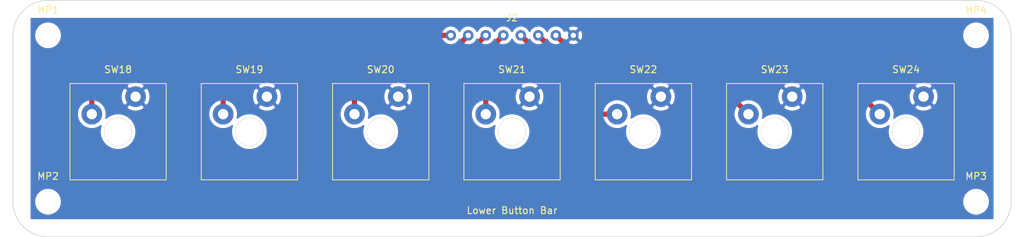
<source format=kicad_pcb>
(kicad_pcb (version 20171130) (host pcbnew "(5.1.9)-1")

  (general
    (thickness 1.6)
    (drawings 9)
    (tracks 21)
    (zones 0)
    (modules 12)
    (nets 9)
  )

  (page A4)
  (layers
    (0 F.Cu signal)
    (31 B.Cu signal)
    (32 B.Adhes user)
    (33 F.Adhes user)
    (34 B.Paste user)
    (35 F.Paste user)
    (36 B.SilkS user)
    (37 F.SilkS user)
    (38 B.Mask user)
    (39 F.Mask user)
    (40 Dwgs.User user)
    (41 Cmts.User user)
    (42 Eco1.User user)
    (43 Eco2.User user)
    (44 Edge.Cuts user)
    (45 Margin user)
    (46 B.CrtYd user)
    (47 F.CrtYd user)
    (48 B.Fab user)
    (49 F.Fab user)
  )

  (setup
    (last_trace_width 0.762)
    (user_trace_width 0.762)
    (trace_clearance 0.2)
    (zone_clearance 0.508)
    (zone_45_only no)
    (trace_min 0.2)
    (via_size 0.8)
    (via_drill 0.4)
    (via_min_size 0.4)
    (via_min_drill 0.3)
    (uvia_size 0.3)
    (uvia_drill 0.1)
    (uvias_allowed no)
    (uvia_min_size 0.2)
    (uvia_min_drill 0.1)
    (edge_width 0.1)
    (segment_width 0.2)
    (pcb_text_width 0.3)
    (pcb_text_size 1.5 1.5)
    (mod_edge_width 0.15)
    (mod_text_size 1 1)
    (mod_text_width 0.15)
    (pad_size 1.524 1.524)
    (pad_drill 0.762)
    (pad_to_mask_clearance 0)
    (aux_axis_origin 0 0)
    (visible_elements 7FFFFFFF)
    (pcbplotparams
      (layerselection 0x010fc_ffffffff)
      (usegerberextensions false)
      (usegerberattributes true)
      (usegerberadvancedattributes true)
      (creategerberjobfile true)
      (excludeedgelayer true)
      (linewidth 0.100000)
      (plotframeref false)
      (viasonmask false)
      (mode 1)
      (useauxorigin false)
      (hpglpennumber 1)
      (hpglpenspeed 20)
      (hpglpendiameter 15.000000)
      (psnegative false)
      (psa4output false)
      (plotreference true)
      (plotvalue true)
      (plotinvisibletext false)
      (padsonsilk false)
      (subtractmaskfromsilk false)
      (outputformat 1)
      (mirror false)
      (drillshape 1)
      (scaleselection 1)
      (outputdirectory ""))
  )

  (net 0 "")
  (net 1 /GND)
  (net 2 /SW24)
  (net 3 /SW23)
  (net 4 /SW22)
  (net 5 /SW21)
  (net 6 /SW20)
  (net 7 /SW19)
  (net 8 /SW18)

  (net_class Default "This is the default net class."
    (clearance 0.2)
    (trace_width 0.25)
    (via_dia 0.8)
    (via_drill 0.4)
    (uvia_dia 0.3)
    (uvia_drill 0.1)
    (add_net /GND)
    (add_net /SW18)
    (add_net /SW19)
    (add_net /SW20)
    (add_net /SW21)
    (add_net /SW22)
    (add_net /SW23)
    (add_net /SW24)
  )

  (module MountingHole:MountingHole_2.7mm_M2.5 (layer F.Cu) (tedit 56D1B4CB) (tstamp 60919325)
    (at 251.46 80.01)
    (descr "Mounting Hole 2.7mm, no annular, M2.5")
    (tags "mounting hole 2.7mm no annular m2.5")
    (attr virtual)
    (fp_text reference MP3 (at 0 -3.7) (layer F.SilkS)
      (effects (font (size 1 1) (thickness 0.15)))
    )
    (fp_text value M2.5 (at 5.08 0) (layer F.Fab)
      (effects (font (size 1 1) (thickness 0.15)))
    )
    (fp_circle (center 0 0) (end 2.95 0) (layer F.CrtYd) (width 0.05))
    (fp_circle (center 0 0) (end 2.7 0) (layer Cmts.User) (width 0.15))
    (fp_text user %R (at 0.3 0) (layer F.Fab)
      (effects (font (size 1 1) (thickness 0.15)))
    )
    (pad 1 np_thru_hole circle (at 0 0) (size 2.7 2.7) (drill 2.7) (layers *.Cu *.Mask))
  )

  (module MountingHole:MountingHole_2.7mm_M2.5 (layer F.Cu) (tedit 56D1B4CB) (tstamp 6091EEEC)
    (at 251.46 55.88)
    (descr "Mounting Hole 2.7mm, no annular, M2.5")
    (tags "mounting hole 2.7mm no annular m2.5")
    (attr virtual)
    (fp_text reference MP4 (at 0 -3.7) (layer F.SilkS)
      (effects (font (size 1 1) (thickness 0.15)))
    )
    (fp_text value M2.5 (at 5.08 0) (layer F.Fab)
      (effects (font (size 1 1) (thickness 0.15)))
    )
    (fp_circle (center 0 0) (end 2.95 0) (layer F.CrtYd) (width 0.05))
    (fp_circle (center 0 0) (end 2.7 0) (layer Cmts.User) (width 0.15))
    (fp_text user %R (at 0.3 0) (layer F.Fab)
      (effects (font (size 1 1) (thickness 0.15)))
    )
    (pad 1 np_thru_hole circle (at 0 0) (size 2.7 2.7) (drill 2.7) (layers *.Cu *.Mask))
  )

  (module MountingHole:MountingHole_2.7mm_M2.5 (layer F.Cu) (tedit 56D1B4CB) (tstamp 60919412)
    (at 116.84 55.88)
    (descr "Mounting Hole 2.7mm, no annular, M2.5")
    (tags "mounting hole 2.7mm no annular m2.5")
    (attr virtual)
    (fp_text reference MP1 (at 0 -3.7) (layer F.SilkS)
      (effects (font (size 1 1) (thickness 0.15)))
    )
    (fp_text value M2.5 (at -5.08 0) (layer F.Fab)
      (effects (font (size 1 1) (thickness 0.15)))
    )
    (fp_circle (center 0 0) (end 2.95 0) (layer F.CrtYd) (width 0.05))
    (fp_circle (center 0 0) (end 2.7 0) (layer Cmts.User) (width 0.15))
    (fp_text user %R (at 0.3 0) (layer F.Fab)
      (effects (font (size 1 1) (thickness 0.15)))
    )
    (pad 1 np_thru_hole circle (at 0 0) (size 2.7 2.7) (drill 2.7) (layers *.Cu *.Mask))
  )

  (module MountingHole:MountingHole_2.7mm_M2.5 (layer F.Cu) (tedit 56D1B4CB) (tstamp 6091EEE3)
    (at 116.84 80.01)
    (descr "Mounting Hole 2.7mm, no annular, M2.5")
    (tags "mounting hole 2.7mm no annular m2.5")
    (attr virtual)
    (fp_text reference MP2 (at 0 -3.7) (layer F.SilkS)
      (effects (font (size 1 1) (thickness 0.15)))
    )
    (fp_text value M2.5 (at -5.08 0) (layer F.Fab)
      (effects (font (size 1 1) (thickness 0.15)))
    )
    (fp_circle (center 0 0) (end 2.95 0) (layer F.CrtYd) (width 0.05))
    (fp_circle (center 0 0) (end 2.7 0) (layer Cmts.User) (width 0.15))
    (fp_text user %R (at 0.3 0) (layer F.Fab)
      (effects (font (size 1 1) (thickness 0.15)))
    )
    (pad 1 np_thru_hole circle (at 0 0) (size 2.7 2.7) (drill 2.7) (layers *.Cu *.Mask))
  )

  (module UFC:8pin254mm (layer F.Cu) (tedit 60917B80) (tstamp 60918427)
    (at 184.15 57.15 180)
    (path /60A19071)
    (fp_text reference J2 (at 0 3.81) (layer F.SilkS)
      (effects (font (size 1 1) (thickness 0.15)))
    )
    (fp_text value "8 Pin Connector" (at 0 5.08) (layer F.Fab)
      (effects (font (size 1 1) (thickness 0.15)))
    )
    (pad 1 thru_hole circle (at -8.89 1.27 180) (size 1.524 1.524) (drill 0.762) (layers *.Cu *.Mask)
      (net 1 /GND))
    (pad 2 thru_hole circle (at -6.35 1.27 180) (size 1.524 1.524) (drill 0.762) (layers *.Cu *.Mask)
      (net 2 /SW24))
    (pad 3 thru_hole circle (at -3.81 1.27 180) (size 1.524 1.524) (drill 0.762) (layers *.Cu *.Mask)
      (net 3 /SW23))
    (pad 4 thru_hole circle (at -1.27 1.27 180) (size 1.524 1.524) (drill 0.762) (layers *.Cu *.Mask)
      (net 4 /SW22))
    (pad 5 thru_hole circle (at 1.27 1.27 180) (size 1.524 1.524) (drill 0.762) (layers *.Cu *.Mask)
      (net 5 /SW21))
    (pad 6 thru_hole circle (at 3.81 1.27 180) (size 1.524 1.524) (drill 0.762) (layers *.Cu *.Mask)
      (net 6 /SW20))
    (pad 7 thru_hole circle (at 6.35 1.27 180) (size 1.524 1.524) (drill 0.762) (layers *.Cu *.Mask)
      (net 7 /SW19))
    (pad 8 thru_hole circle (at 8.89 1.27 180) (size 1.524 1.524) (drill 0.762) (layers *.Cu *.Mask)
      (net 8 /SW18))
  )

  (module Keypad:KailhSW (layer F.Cu) (tedit 60858492) (tstamp 609190C4)
    (at 127 60.96)
    (path /60A18B28)
    (fp_text reference SW18 (at 0 -0.127) (layer F.SilkS)
      (effects (font (size 1 1) (thickness 0.15)))
    )
    (fp_text value SW_SPST (at 0 -2.032) (layer F.Fab)
      (effects (font (size 1 1) (thickness 0.15)))
    )
    (fp_line (start -6.985 6.731) (end -6.985 15.875) (layer F.SilkS) (width 0.12))
    (fp_line (start 6.985 14.732) (end 6.985 14.605) (layer F.SilkS) (width 0.12))
    (fp_line (start 6.985 15.875) (end 6.985 14.732) (layer F.SilkS) (width 0.12))
    (fp_line (start 0 15.875) (end -6.985 15.875) (layer F.SilkS) (width 0.12))
    (fp_line (start 0 15.875) (end 6.985 15.875) (layer F.SilkS) (width 0.12))
    (fp_line (start -6.985 1.905) (end -6.985 6.731) (layer F.SilkS) (width 0.12))
    (fp_line (start 6.985 14.478) (end 6.985 1.905) (layer F.SilkS) (width 0.12))
    (fp_line (start 0 1.905) (end -6.985 1.905) (layer F.SilkS) (width 0.12))
    (fp_line (start 0 1.905) (end 6.985 1.905) (layer F.SilkS) (width 0.12))
    (fp_line (start 6.985 14.478) (end 6.985 14.605) (layer F.SilkS) (width 0.12))
    (pad 2 thru_hole circle (at 2.54 3.81) (size 3 3) (drill 1.5) (layers *.Cu *.Mask)
      (net 1 /GND))
    (pad 1 thru_hole circle (at -3.81 6.35) (size 3 3) (drill 1.5) (layers *.Cu *.Mask)
      (net 8 /SW18))
    (pad 3 thru_hole circle (at 0 8.89) (size 4 4) (drill 4) (layers *.Cu *.Mask))
  )

  (module Keypad:KailhSW (layer F.Cu) (tedit 60858492) (tstamp 60919094)
    (at 146.05 60.96)
    (path /60A18B2E)
    (fp_text reference SW19 (at 0 -0.127) (layer F.SilkS)
      (effects (font (size 1 1) (thickness 0.15)))
    )
    (fp_text value SW_SPST (at 0 -2.032) (layer F.Fab)
      (effects (font (size 1 1) (thickness 0.15)))
    )
    (fp_line (start 6.985 14.478) (end 6.985 14.605) (layer F.SilkS) (width 0.12))
    (fp_line (start 0 1.905) (end 6.985 1.905) (layer F.SilkS) (width 0.12))
    (fp_line (start 0 1.905) (end -6.985 1.905) (layer F.SilkS) (width 0.12))
    (fp_line (start 6.985 14.478) (end 6.985 1.905) (layer F.SilkS) (width 0.12))
    (fp_line (start -6.985 1.905) (end -6.985 6.731) (layer F.SilkS) (width 0.12))
    (fp_line (start 0 15.875) (end 6.985 15.875) (layer F.SilkS) (width 0.12))
    (fp_line (start 0 15.875) (end -6.985 15.875) (layer F.SilkS) (width 0.12))
    (fp_line (start 6.985 15.875) (end 6.985 14.732) (layer F.SilkS) (width 0.12))
    (fp_line (start 6.985 14.732) (end 6.985 14.605) (layer F.SilkS) (width 0.12))
    (fp_line (start -6.985 6.731) (end -6.985 15.875) (layer F.SilkS) (width 0.12))
    (pad 3 thru_hole circle (at 0 8.89) (size 4 4) (drill 4) (layers *.Cu *.Mask))
    (pad 1 thru_hole circle (at -3.81 6.35) (size 3 3) (drill 1.5) (layers *.Cu *.Mask)
      (net 7 /SW19))
    (pad 2 thru_hole circle (at 2.54 3.81) (size 3 3) (drill 1.5) (layers *.Cu *.Mask)
      (net 1 /GND))
  )

  (module Keypad:KailhSW (layer F.Cu) (tedit 60858492) (tstamp 6091845A)
    (at 165.1 60.96)
    (path /60A18B34)
    (fp_text reference SW20 (at 0 -0.127) (layer F.SilkS)
      (effects (font (size 1 1) (thickness 0.15)))
    )
    (fp_text value SW_SPST (at 0 -2.032) (layer F.Fab)
      (effects (font (size 1 1) (thickness 0.15)))
    )
    (fp_line (start -6.985 6.731) (end -6.985 15.875) (layer F.SilkS) (width 0.12))
    (fp_line (start 6.985 14.732) (end 6.985 14.605) (layer F.SilkS) (width 0.12))
    (fp_line (start 6.985 15.875) (end 6.985 14.732) (layer F.SilkS) (width 0.12))
    (fp_line (start 0 15.875) (end -6.985 15.875) (layer F.SilkS) (width 0.12))
    (fp_line (start 0 15.875) (end 6.985 15.875) (layer F.SilkS) (width 0.12))
    (fp_line (start -6.985 1.905) (end -6.985 6.731) (layer F.SilkS) (width 0.12))
    (fp_line (start 6.985 14.478) (end 6.985 1.905) (layer F.SilkS) (width 0.12))
    (fp_line (start 0 1.905) (end -6.985 1.905) (layer F.SilkS) (width 0.12))
    (fp_line (start 0 1.905) (end 6.985 1.905) (layer F.SilkS) (width 0.12))
    (fp_line (start 6.985 14.478) (end 6.985 14.605) (layer F.SilkS) (width 0.12))
    (pad 2 thru_hole circle (at 2.54 3.81) (size 3 3) (drill 1.5) (layers *.Cu *.Mask)
      (net 1 /GND))
    (pad 1 thru_hole circle (at -3.81 6.35) (size 3 3) (drill 1.5) (layers *.Cu *.Mask)
      (net 6 /SW20))
    (pad 3 thru_hole circle (at 0 8.89) (size 4 4) (drill 4) (layers *.Cu *.Mask))
  )

  (module Keypad:KailhSW (layer F.Cu) (tedit 60858492) (tstamp 60919091)
    (at 184.15 60.96)
    (path /60A18B3A)
    (fp_text reference SW21 (at 0 -0.127) (layer F.SilkS)
      (effects (font (size 1 1) (thickness 0.15)))
    )
    (fp_text value SW_SPST (at 0 -2.032) (layer F.Fab)
      (effects (font (size 1 1) (thickness 0.15)))
    )
    (fp_line (start 6.985 14.478) (end 6.985 14.605) (layer F.SilkS) (width 0.12))
    (fp_line (start 0 1.905) (end 6.985 1.905) (layer F.SilkS) (width 0.12))
    (fp_line (start 0 1.905) (end -6.985 1.905) (layer F.SilkS) (width 0.12))
    (fp_line (start 6.985 14.478) (end 6.985 1.905) (layer F.SilkS) (width 0.12))
    (fp_line (start -6.985 1.905) (end -6.985 6.731) (layer F.SilkS) (width 0.12))
    (fp_line (start 0 15.875) (end 6.985 15.875) (layer F.SilkS) (width 0.12))
    (fp_line (start 0 15.875) (end -6.985 15.875) (layer F.SilkS) (width 0.12))
    (fp_line (start 6.985 15.875) (end 6.985 14.732) (layer F.SilkS) (width 0.12))
    (fp_line (start 6.985 14.732) (end 6.985 14.605) (layer F.SilkS) (width 0.12))
    (fp_line (start -6.985 6.731) (end -6.985 15.875) (layer F.SilkS) (width 0.12))
    (pad 3 thru_hole circle (at 0 8.89) (size 4 4) (drill 4) (layers *.Cu *.Mask))
    (pad 1 thru_hole circle (at -3.81 6.35) (size 3 3) (drill 1.5) (layers *.Cu *.Mask)
      (net 5 /SW21))
    (pad 2 thru_hole circle (at 2.54 3.81) (size 3 3) (drill 1.5) (layers *.Cu *.Mask)
      (net 1 /GND))
  )

  (module Keypad:KailhSW (layer F.Cu) (tedit 60858492) (tstamp 6091847C)
    (at 203.2 60.96)
    (path /60A18B40)
    (fp_text reference SW22 (at 0 -0.127) (layer F.SilkS)
      (effects (font (size 1 1) (thickness 0.15)))
    )
    (fp_text value SW_SPST (at 0 -2.032) (layer F.Fab)
      (effects (font (size 1 1) (thickness 0.15)))
    )
    (fp_line (start -6.985 6.731) (end -6.985 15.875) (layer F.SilkS) (width 0.12))
    (fp_line (start 6.985 14.732) (end 6.985 14.605) (layer F.SilkS) (width 0.12))
    (fp_line (start 6.985 15.875) (end 6.985 14.732) (layer F.SilkS) (width 0.12))
    (fp_line (start 0 15.875) (end -6.985 15.875) (layer F.SilkS) (width 0.12))
    (fp_line (start 0 15.875) (end 6.985 15.875) (layer F.SilkS) (width 0.12))
    (fp_line (start -6.985 1.905) (end -6.985 6.731) (layer F.SilkS) (width 0.12))
    (fp_line (start 6.985 14.478) (end 6.985 1.905) (layer F.SilkS) (width 0.12))
    (fp_line (start 0 1.905) (end -6.985 1.905) (layer F.SilkS) (width 0.12))
    (fp_line (start 0 1.905) (end 6.985 1.905) (layer F.SilkS) (width 0.12))
    (fp_line (start 6.985 14.478) (end 6.985 14.605) (layer F.SilkS) (width 0.12))
    (pad 2 thru_hole circle (at 2.54 3.81) (size 3 3) (drill 1.5) (layers *.Cu *.Mask)
      (net 1 /GND))
    (pad 1 thru_hole circle (at -3.81 6.35) (size 3 3) (drill 1.5) (layers *.Cu *.Mask)
      (net 4 /SW22))
    (pad 3 thru_hole circle (at 0 8.89) (size 4 4) (drill 4) (layers *.Cu *.Mask))
  )

  (module Keypad:KailhSW (layer F.Cu) (tedit 60858492) (tstamp 6091848D)
    (at 222.25 60.96)
    (path /60A18B47)
    (fp_text reference SW23 (at 0 -0.127) (layer F.SilkS)
      (effects (font (size 1 1) (thickness 0.15)))
    )
    (fp_text value SW_SPST (at 0 -2.032) (layer F.Fab)
      (effects (font (size 1 1) (thickness 0.15)))
    )
    (fp_line (start 6.985 14.478) (end 6.985 14.605) (layer F.SilkS) (width 0.12))
    (fp_line (start 0 1.905) (end 6.985 1.905) (layer F.SilkS) (width 0.12))
    (fp_line (start 0 1.905) (end -6.985 1.905) (layer F.SilkS) (width 0.12))
    (fp_line (start 6.985 14.478) (end 6.985 1.905) (layer F.SilkS) (width 0.12))
    (fp_line (start -6.985 1.905) (end -6.985 6.731) (layer F.SilkS) (width 0.12))
    (fp_line (start 0 15.875) (end 6.985 15.875) (layer F.SilkS) (width 0.12))
    (fp_line (start 0 15.875) (end -6.985 15.875) (layer F.SilkS) (width 0.12))
    (fp_line (start 6.985 15.875) (end 6.985 14.732) (layer F.SilkS) (width 0.12))
    (fp_line (start 6.985 14.732) (end 6.985 14.605) (layer F.SilkS) (width 0.12))
    (fp_line (start -6.985 6.731) (end -6.985 15.875) (layer F.SilkS) (width 0.12))
    (pad 3 thru_hole circle (at 0 8.89) (size 4 4) (drill 4) (layers *.Cu *.Mask))
    (pad 1 thru_hole circle (at -3.81 6.35) (size 3 3) (drill 1.5) (layers *.Cu *.Mask)
      (net 3 /SW23))
    (pad 2 thru_hole circle (at 2.54 3.81) (size 3 3) (drill 1.5) (layers *.Cu *.Mask)
      (net 1 /GND))
  )

  (module Keypad:KailhSW (layer F.Cu) (tedit 60858492) (tstamp 6091849E)
    (at 241.3 60.96)
    (path /60A18B4D)
    (fp_text reference SW24 (at 0 -0.127) (layer F.SilkS)
      (effects (font (size 1 1) (thickness 0.15)))
    )
    (fp_text value SW_SPST (at 0 -2.032) (layer F.Fab)
      (effects (font (size 1 1) (thickness 0.15)))
    )
    (fp_line (start -6.985 6.731) (end -6.985 15.875) (layer F.SilkS) (width 0.12))
    (fp_line (start 6.985 14.732) (end 6.985 14.605) (layer F.SilkS) (width 0.12))
    (fp_line (start 6.985 15.875) (end 6.985 14.732) (layer F.SilkS) (width 0.12))
    (fp_line (start 0 15.875) (end -6.985 15.875) (layer F.SilkS) (width 0.12))
    (fp_line (start 0 15.875) (end 6.985 15.875) (layer F.SilkS) (width 0.12))
    (fp_line (start -6.985 1.905) (end -6.985 6.731) (layer F.SilkS) (width 0.12))
    (fp_line (start 6.985 14.478) (end 6.985 1.905) (layer F.SilkS) (width 0.12))
    (fp_line (start 0 1.905) (end -6.985 1.905) (layer F.SilkS) (width 0.12))
    (fp_line (start 0 1.905) (end 6.985 1.905) (layer F.SilkS) (width 0.12))
    (fp_line (start 6.985 14.478) (end 6.985 14.605) (layer F.SilkS) (width 0.12))
    (pad 2 thru_hole circle (at 2.54 3.81) (size 3 3) (drill 1.5) (layers *.Cu *.Mask)
      (net 1 /GND))
    (pad 1 thru_hole circle (at -3.81 6.35) (size 3 3) (drill 1.5) (layers *.Cu *.Mask)
      (net 2 /SW24))
    (pad 3 thru_hole circle (at 0 8.89) (size 4 4) (drill 4) (layers *.Cu *.Mask))
  )

  (gr_text "Lower Button Bar" (at 184.15 81.28) (layer F.SilkS)
    (effects (font (size 1 1) (thickness 0.15)))
  )
  (gr_line (start 251.46 85.09) (end 116.84 85.09) (layer Edge.Cuts) (width 0.1) (tstamp 6091945F))
  (gr_line (start 256.54 55.88) (end 256.54 80.01) (layer Edge.Cuts) (width 0.1) (tstamp 6091945E))
  (gr_line (start 116.84 50.8) (end 251.46 50.8) (layer Edge.Cuts) (width 0.1) (tstamp 6091945D))
  (gr_line (start 111.76 80.01) (end 111.76 55.88) (layer Edge.Cuts) (width 0.1) (tstamp 6091945C))
  (gr_arc (start 116.84 80.01) (end 111.76 80.01) (angle -90) (layer Edge.Cuts) (width 0.1))
  (gr_arc (start 251.46 80.01) (end 251.46 85.09) (angle -90) (layer Edge.Cuts) (width 0.1))
  (gr_arc (start 251.46 55.88) (end 256.54 55.88) (angle -90) (layer Edge.Cuts) (width 0.1))
  (gr_arc (start 116.84 55.88) (end 116.84 50.8) (angle -90) (layer Edge.Cuts) (width 0.1))

  (segment (start 237.49 67.31) (end 228.6 58.42) (width 0.762) (layer F.Cu) (net 2))
  (segment (start 228.6 58.42) (end 193.04 58.42) (width 0.762) (layer F.Cu) (net 2))
  (segment (start 193.04 58.42) (end 190.5 55.88) (width 0.762) (layer F.Cu) (net 2))
  (segment (start 218.44 67.31) (end 212.09 60.96) (width 0.762) (layer F.Cu) (net 3))
  (segment (start 212.09 60.96) (end 193.04 60.96) (width 0.762) (layer F.Cu) (net 3))
  (segment (start 193.04 60.96) (end 187.96 55.88) (width 0.762) (layer F.Cu) (net 3))
  (segment (start 196.85 67.31) (end 185.42 55.88) (width 0.762) (layer F.Cu) (net 4))
  (segment (start 199.39 67.31) (end 196.85 67.31) (width 0.762) (layer F.Cu) (net 4))
  (segment (start 180.34 58.42) (end 182.88 55.88) (width 0.762) (layer F.Cu) (net 5))
  (segment (start 180.34 67.31) (end 180.34 58.42) (width 0.762) (layer F.Cu) (net 5))
  (segment (start 161.29 67.31) (end 161.29 63.5) (width 0.762) (layer F.Cu) (net 6))
  (segment (start 161.29 63.5) (end 163.83 60.96) (width 0.762) (layer F.Cu) (net 6))
  (segment (start 175.26 60.96) (end 180.34 55.88) (width 0.762) (layer F.Cu) (net 6))
  (segment (start 163.83 60.96) (end 175.26 60.96) (width 0.762) (layer F.Cu) (net 6))
  (segment (start 142.24 67.31) (end 142.24 62.23) (width 0.762) (layer F.Cu) (net 7))
  (segment (start 142.24 62.23) (end 146.05 58.42) (width 0.762) (layer F.Cu) (net 7))
  (segment (start 175.26 58.42) (end 177.8 55.88) (width 0.762) (layer F.Cu) (net 7))
  (segment (start 146.05 58.42) (end 175.26 58.42) (width 0.762) (layer F.Cu) (net 7))
  (segment (start 123.19 67.31) (end 123.19 62.23) (width 0.762) (layer F.Cu) (net 8))
  (segment (start 129.54 55.88) (end 175.26 55.88) (width 0.762) (layer F.Cu) (net 8))
  (segment (start 123.19 62.23) (end 129.54 55.88) (width 0.762) (layer F.Cu) (net 8))

  (zone (net 1) (net_name /GND) (layer B.Cu) (tstamp 60919465) (hatch edge 0.508)
    (connect_pads (clearance 0.508))
    (min_thickness 0.254)
    (fill yes (arc_segments 32) (thermal_gap 0.508) (thermal_bridge_width 0.508))
    (polygon
      (pts
        (xy 254 82.55) (xy 114.3 82.55) (xy 114.3 53.34) (xy 254 53.34)
      )
    )
    (filled_polygon
      (pts
        (xy 253.873 82.423) (xy 114.427 82.423) (xy 114.427 79.814495) (xy 114.855 79.814495) (xy 114.855 80.205505)
        (xy 114.931282 80.589003) (xy 115.080915 80.95025) (xy 115.298149 81.275364) (xy 115.574636 81.551851) (xy 115.89975 81.769085)
        (xy 116.260997 81.918718) (xy 116.644495 81.995) (xy 117.035505 81.995) (xy 117.419003 81.918718) (xy 117.78025 81.769085)
        (xy 118.105364 81.551851) (xy 118.381851 81.275364) (xy 118.599085 80.95025) (xy 118.748718 80.589003) (xy 118.825 80.205505)
        (xy 118.825 79.814495) (xy 249.475 79.814495) (xy 249.475 80.205505) (xy 249.551282 80.589003) (xy 249.700915 80.95025)
        (xy 249.918149 81.275364) (xy 250.194636 81.551851) (xy 250.51975 81.769085) (xy 250.880997 81.918718) (xy 251.264495 81.995)
        (xy 251.655505 81.995) (xy 252.039003 81.918718) (xy 252.40025 81.769085) (xy 252.725364 81.551851) (xy 253.001851 81.275364)
        (xy 253.219085 80.95025) (xy 253.368718 80.589003) (xy 253.445 80.205505) (xy 253.445 79.814495) (xy 253.368718 79.430997)
        (xy 253.219085 79.06975) (xy 253.001851 78.744636) (xy 252.725364 78.468149) (xy 252.40025 78.250915) (xy 252.039003 78.101282)
        (xy 251.655505 78.025) (xy 251.264495 78.025) (xy 250.880997 78.101282) (xy 250.51975 78.250915) (xy 250.194636 78.468149)
        (xy 249.918149 78.744636) (xy 249.700915 79.06975) (xy 249.551282 79.430997) (xy 249.475 79.814495) (xy 118.825 79.814495)
        (xy 118.748718 79.430997) (xy 118.599085 79.06975) (xy 118.381851 78.744636) (xy 118.105364 78.468149) (xy 117.78025 78.250915)
        (xy 117.419003 78.101282) (xy 117.035505 78.025) (xy 116.644495 78.025) (xy 116.260997 78.101282) (xy 115.89975 78.250915)
        (xy 115.574636 78.468149) (xy 115.298149 78.744636) (xy 115.080915 79.06975) (xy 114.931282 79.430997) (xy 114.855 79.814495)
        (xy 114.427 79.814495) (xy 114.427 67.099721) (xy 121.055 67.099721) (xy 121.055 67.520279) (xy 121.137047 67.932756)
        (xy 121.297988 68.321302) (xy 121.531637 68.670983) (xy 121.829017 68.968363) (xy 122.178698 69.202012) (xy 122.567244 69.362953)
        (xy 122.979721 69.445) (xy 123.400279 69.445) (xy 123.812756 69.362953) (xy 124.201302 69.202012) (xy 124.498578 69.003379)
        (xy 124.466261 69.081399) (xy 124.365 69.590475) (xy 124.365 70.109525) (xy 124.466261 70.618601) (xy 124.664893 71.098141)
        (xy 124.953262 71.529715) (xy 125.320285 71.896738) (xy 125.751859 72.185107) (xy 126.231399 72.383739) (xy 126.740475 72.485)
        (xy 127.259525 72.485) (xy 127.768601 72.383739) (xy 128.248141 72.185107) (xy 128.679715 71.896738) (xy 129.046738 71.529715)
        (xy 129.335107 71.098141) (xy 129.533739 70.618601) (xy 129.635 70.109525) (xy 129.635 69.590475) (xy 129.533739 69.081399)
        (xy 129.335107 68.601859) (xy 129.046738 68.170285) (xy 128.679715 67.803262) (xy 128.248141 67.514893) (xy 127.768601 67.316261)
        (xy 127.259525 67.215) (xy 126.740475 67.215) (xy 126.231399 67.316261) (xy 125.751859 67.514893) (xy 125.320285 67.803262)
        (xy 125.255905 67.867642) (xy 125.325 67.520279) (xy 125.325 67.099721) (xy 140.105 67.099721) (xy 140.105 67.520279)
        (xy 140.187047 67.932756) (xy 140.347988 68.321302) (xy 140.581637 68.670983) (xy 140.879017 68.968363) (xy 141.228698 69.202012)
        (xy 141.617244 69.362953) (xy 142.029721 69.445) (xy 142.450279 69.445) (xy 142.862756 69.362953) (xy 143.251302 69.202012)
        (xy 143.548578 69.003379) (xy 143.516261 69.081399) (xy 143.415 69.590475) (xy 143.415 70.109525) (xy 143.516261 70.618601)
        (xy 143.714893 71.098141) (xy 144.003262 71.529715) (xy 144.370285 71.896738) (xy 144.801859 72.185107) (xy 145.281399 72.383739)
        (xy 145.790475 72.485) (xy 146.309525 72.485) (xy 146.818601 72.383739) (xy 147.298141 72.185107) (xy 147.729715 71.896738)
        (xy 148.096738 71.529715) (xy 148.385107 71.098141) (xy 148.583739 70.618601) (xy 148.685 70.109525) (xy 148.685 69.590475)
        (xy 148.583739 69.081399) (xy 148.385107 68.601859) (xy 148.096738 68.170285) (xy 147.729715 67.803262) (xy 147.298141 67.514893)
        (xy 146.818601 67.316261) (xy 146.309525 67.215) (xy 145.790475 67.215) (xy 145.281399 67.316261) (xy 144.801859 67.514893)
        (xy 144.370285 67.803262) (xy 144.305905 67.867642) (xy 144.375 67.520279) (xy 144.375 67.099721) (xy 159.155 67.099721)
        (xy 159.155 67.520279) (xy 159.237047 67.932756) (xy 159.397988 68.321302) (xy 159.631637 68.670983) (xy 159.929017 68.968363)
        (xy 160.278698 69.202012) (xy 160.667244 69.362953) (xy 161.079721 69.445) (xy 161.500279 69.445) (xy 161.912756 69.362953)
        (xy 162.301302 69.202012) (xy 162.598578 69.003379) (xy 162.566261 69.081399) (xy 162.465 69.590475) (xy 162.465 70.109525)
        (xy 162.566261 70.618601) (xy 162.764893 71.098141) (xy 163.053262 71.529715) (xy 163.420285 71.896738) (xy 163.851859 72.185107)
        (xy 164.331399 72.383739) (xy 164.840475 72.485) (xy 165.359525 72.485) (xy 165.868601 72.383739) (xy 166.348141 72.185107)
        (xy 166.779715 71.896738) (xy 167.146738 71.529715) (xy 167.435107 71.098141) (xy 167.633739 70.618601) (xy 167.735 70.109525)
        (xy 167.735 69.590475) (xy 167.633739 69.081399) (xy 167.435107 68.601859) (xy 167.146738 68.170285) (xy 166.779715 67.803262)
        (xy 166.348141 67.514893) (xy 165.868601 67.316261) (xy 165.359525 67.215) (xy 164.840475 67.215) (xy 164.331399 67.316261)
        (xy 163.851859 67.514893) (xy 163.420285 67.803262) (xy 163.355905 67.867642) (xy 163.425 67.520279) (xy 163.425 67.099721)
        (xy 178.205 67.099721) (xy 178.205 67.520279) (xy 178.287047 67.932756) (xy 178.447988 68.321302) (xy 178.681637 68.670983)
        (xy 178.979017 68.968363) (xy 179.328698 69.202012) (xy 179.717244 69.362953) (xy 180.129721 69.445) (xy 180.550279 69.445)
        (xy 180.962756 69.362953) (xy 181.351302 69.202012) (xy 181.648578 69.003379) (xy 181.616261 69.081399) (xy 181.515 69.590475)
        (xy 181.515 70.109525) (xy 181.616261 70.618601) (xy 181.814893 71.098141) (xy 182.103262 71.529715) (xy 182.470285 71.896738)
        (xy 182.901859 72.185107) (xy 183.381399 72.383739) (xy 183.890475 72.485) (xy 184.409525 72.485) (xy 184.918601 72.383739)
        (xy 185.398141 72.185107) (xy 185.829715 71.896738) (xy 186.196738 71.529715) (xy 186.485107 71.098141) (xy 186.683739 70.618601)
        (xy 186.785 70.109525) (xy 186.785 69.590475) (xy 186.683739 69.081399) (xy 186.485107 68.601859) (xy 186.196738 68.170285)
        (xy 185.829715 67.803262) (xy 185.398141 67.514893) (xy 184.918601 67.316261) (xy 184.409525 67.215) (xy 183.890475 67.215)
        (xy 183.381399 67.316261) (xy 182.901859 67.514893) (xy 182.470285 67.803262) (xy 182.405905 67.867642) (xy 182.475 67.520279)
        (xy 182.475 67.099721) (xy 197.255 67.099721) (xy 197.255 67.520279) (xy 197.337047 67.932756) (xy 197.497988 68.321302)
        (xy 197.731637 68.670983) (xy 198.029017 68.968363) (xy 198.378698 69.202012) (xy 198.767244 69.362953) (xy 199.179721 69.445)
        (xy 199.600279 69.445) (xy 200.012756 69.362953) (xy 200.401302 69.202012) (xy 200.698578 69.003379) (xy 200.666261 69.081399)
        (xy 200.565 69.590475) (xy 200.565 70.109525) (xy 200.666261 70.618601) (xy 200.864893 71.098141) (xy 201.153262 71.529715)
        (xy 201.520285 71.896738) (xy 201.951859 72.185107) (xy 202.431399 72.383739) (xy 202.940475 72.485) (xy 203.459525 72.485)
        (xy 203.968601 72.383739) (xy 204.448141 72.185107) (xy 204.879715 71.896738) (xy 205.246738 71.529715) (xy 205.535107 71.098141)
        (xy 205.733739 70.618601) (xy 205.835 70.109525) (xy 205.835 69.590475) (xy 205.733739 69.081399) (xy 205.535107 68.601859)
        (xy 205.246738 68.170285) (xy 204.879715 67.803262) (xy 204.448141 67.514893) (xy 203.968601 67.316261) (xy 203.459525 67.215)
        (xy 202.940475 67.215) (xy 202.431399 67.316261) (xy 201.951859 67.514893) (xy 201.520285 67.803262) (xy 201.455905 67.867642)
        (xy 201.525 67.520279) (xy 201.525 67.099721) (xy 216.305 67.099721) (xy 216.305 67.520279) (xy 216.387047 67.932756)
        (xy 216.547988 68.321302) (xy 216.781637 68.670983) (xy 217.079017 68.968363) (xy 217.428698 69.202012) (xy 217.817244 69.362953)
        (xy 218.229721 69.445) (xy 218.650279 69.445) (xy 219.062756 69.362953) (xy 219.451302 69.202012) (xy 219.748578 69.003379)
        (xy 219.716261 69.081399) (xy 219.615 69.590475) (xy 219.615 70.109525) (xy 219.716261 70.618601) (xy 219.914893 71.098141)
        (xy 220.203262 71.529715) (xy 220.570285 71.896738) (xy 221.001859 72.185107) (xy 221.481399 72.383739) (xy 221.990475 72.485)
        (xy 222.509525 72.485) (xy 223.018601 72.383739) (xy 223.498141 72.185107) (xy 223.929715 71.896738) (xy 224.296738 71.529715)
        (xy 224.585107 71.098141) (xy 224.783739 70.618601) (xy 224.885 70.109525) (xy 224.885 69.590475) (xy 224.783739 69.081399)
        (xy 224.585107 68.601859) (xy 224.296738 68.170285) (xy 223.929715 67.803262) (xy 223.498141 67.514893) (xy 223.018601 67.316261)
        (xy 222.509525 67.215) (xy 221.990475 67.215) (xy 221.481399 67.316261) (xy 221.001859 67.514893) (xy 220.570285 67.803262)
        (xy 220.505905 67.867642) (xy 220.575 67.520279) (xy 220.575 67.099721) (xy 235.355 67.099721) (xy 235.355 67.520279)
        (xy 235.437047 67.932756) (xy 235.597988 68.321302) (xy 235.831637 68.670983) (xy 236.129017 68.968363) (xy 236.478698 69.202012)
        (xy 236.867244 69.362953) (xy 237.279721 69.445) (xy 237.700279 69.445) (xy 238.112756 69.362953) (xy 238.501302 69.202012)
        (xy 238.798578 69.003379) (xy 238.766261 69.081399) (xy 238.665 69.590475) (xy 238.665 70.109525) (xy 238.766261 70.618601)
        (xy 238.964893 71.098141) (xy 239.253262 71.529715) (xy 239.620285 71.896738) (xy 240.051859 72.185107) (xy 240.531399 72.383739)
        (xy 241.040475 72.485) (xy 241.559525 72.485) (xy 242.068601 72.383739) (xy 242.548141 72.185107) (xy 242.979715 71.896738)
        (xy 243.346738 71.529715) (xy 243.635107 71.098141) (xy 243.833739 70.618601) (xy 243.935 70.109525) (xy 243.935 69.590475)
        (xy 243.833739 69.081399) (xy 243.635107 68.601859) (xy 243.346738 68.170285) (xy 242.979715 67.803262) (xy 242.548141 67.514893)
        (xy 242.068601 67.316261) (xy 241.559525 67.215) (xy 241.040475 67.215) (xy 240.531399 67.316261) (xy 240.051859 67.514893)
        (xy 239.620285 67.803262) (xy 239.555905 67.867642) (xy 239.625 67.520279) (xy 239.625 67.099721) (xy 239.542953 66.687244)
        (xy 239.382012 66.298698) (xy 239.35726 66.261653) (xy 242.527952 66.261653) (xy 242.683962 66.577214) (xy 243.058745 66.76802)
        (xy 243.463551 66.882044) (xy 243.882824 66.914902) (xy 244.300451 66.865334) (xy 244.700383 66.735243) (xy 244.996038 66.577214)
        (xy 245.152048 66.261653) (xy 243.84 64.949605) (xy 242.527952 66.261653) (xy 239.35726 66.261653) (xy 239.148363 65.949017)
        (xy 238.850983 65.651637) (xy 238.501302 65.417988) (xy 238.112756 65.257047) (xy 237.700279 65.175) (xy 237.279721 65.175)
        (xy 236.867244 65.257047) (xy 236.478698 65.417988) (xy 236.129017 65.651637) (xy 235.831637 65.949017) (xy 235.597988 66.298698)
        (xy 235.437047 66.687244) (xy 235.355 67.099721) (xy 220.575 67.099721) (xy 220.492953 66.687244) (xy 220.332012 66.298698)
        (xy 220.30726 66.261653) (xy 223.477952 66.261653) (xy 223.633962 66.577214) (xy 224.008745 66.76802) (xy 224.413551 66.882044)
        (xy 224.832824 66.914902) (xy 225.250451 66.865334) (xy 225.650383 66.735243) (xy 225.946038 66.577214) (xy 226.102048 66.261653)
        (xy 224.79 64.949605) (xy 223.477952 66.261653) (xy 220.30726 66.261653) (xy 220.098363 65.949017) (xy 219.800983 65.651637)
        (xy 219.451302 65.417988) (xy 219.062756 65.257047) (xy 218.650279 65.175) (xy 218.229721 65.175) (xy 217.817244 65.257047)
        (xy 217.428698 65.417988) (xy 217.079017 65.651637) (xy 216.781637 65.949017) (xy 216.547988 66.298698) (xy 216.387047 66.687244)
        (xy 216.305 67.099721) (xy 201.525 67.099721) (xy 201.442953 66.687244) (xy 201.282012 66.298698) (xy 201.25726 66.261653)
        (xy 204.427952 66.261653) (xy 204.583962 66.577214) (xy 204.958745 66.76802) (xy 205.363551 66.882044) (xy 205.782824 66.914902)
        (xy 206.200451 66.865334) (xy 206.600383 66.735243) (xy 206.896038 66.577214) (xy 207.052048 66.261653) (xy 205.74 64.949605)
        (xy 204.427952 66.261653) (xy 201.25726 66.261653) (xy 201.048363 65.949017) (xy 200.750983 65.651637) (xy 200.401302 65.417988)
        (xy 200.012756 65.257047) (xy 199.600279 65.175) (xy 199.179721 65.175) (xy 198.767244 65.257047) (xy 198.378698 65.417988)
        (xy 198.029017 65.651637) (xy 197.731637 65.949017) (xy 197.497988 66.298698) (xy 197.337047 66.687244) (xy 197.255 67.099721)
        (xy 182.475 67.099721) (xy 182.392953 66.687244) (xy 182.232012 66.298698) (xy 182.20726 66.261653) (xy 185.377952 66.261653)
        (xy 185.533962 66.577214) (xy 185.908745 66.76802) (xy 186.313551 66.882044) (xy 186.732824 66.914902) (xy 187.150451 66.865334)
        (xy 187.550383 66.735243) (xy 187.846038 66.577214) (xy 188.002048 66.261653) (xy 186.69 64.949605) (xy 185.377952 66.261653)
        (xy 182.20726 66.261653) (xy 181.998363 65.949017) (xy 181.700983 65.651637) (xy 181.351302 65.417988) (xy 180.962756 65.257047)
        (xy 180.550279 65.175) (xy 180.129721 65.175) (xy 179.717244 65.257047) (xy 179.328698 65.417988) (xy 178.979017 65.651637)
        (xy 178.681637 65.949017) (xy 178.447988 66.298698) (xy 178.287047 66.687244) (xy 178.205 67.099721) (xy 163.425 67.099721)
        (xy 163.342953 66.687244) (xy 163.182012 66.298698) (xy 163.15726 66.261653) (xy 166.327952 66.261653) (xy 166.483962 66.577214)
        (xy 166.858745 66.76802) (xy 167.263551 66.882044) (xy 167.682824 66.914902) (xy 168.100451 66.865334) (xy 168.500383 66.735243)
        (xy 168.796038 66.577214) (xy 168.952048 66.261653) (xy 167.64 64.949605) (xy 166.327952 66.261653) (xy 163.15726 66.261653)
        (xy 162.948363 65.949017) (xy 162.650983 65.651637) (xy 162.301302 65.417988) (xy 161.912756 65.257047) (xy 161.500279 65.175)
        (xy 161.079721 65.175) (xy 160.667244 65.257047) (xy 160.278698 65.417988) (xy 159.929017 65.651637) (xy 159.631637 65.949017)
        (xy 159.397988 66.298698) (xy 159.237047 66.687244) (xy 159.155 67.099721) (xy 144.375 67.099721) (xy 144.292953 66.687244)
        (xy 144.132012 66.298698) (xy 144.10726 66.261653) (xy 147.277952 66.261653) (xy 147.433962 66.577214) (xy 147.808745 66.76802)
        (xy 148.213551 66.882044) (xy 148.632824 66.914902) (xy 149.050451 66.865334) (xy 149.450383 66.735243) (xy 149.746038 66.577214)
        (xy 149.902048 66.261653) (xy 148.59 64.949605) (xy 147.277952 66.261653) (xy 144.10726 66.261653) (xy 143.898363 65.949017)
        (xy 143.600983 65.651637) (xy 143.251302 65.417988) (xy 142.862756 65.257047) (xy 142.450279 65.175) (xy 142.029721 65.175)
        (xy 141.617244 65.257047) (xy 141.228698 65.417988) (xy 140.879017 65.651637) (xy 140.581637 65.949017) (xy 140.347988 66.298698)
        (xy 140.187047 66.687244) (xy 140.105 67.099721) (xy 125.325 67.099721) (xy 125.242953 66.687244) (xy 125.082012 66.298698)
        (xy 125.05726 66.261653) (xy 128.227952 66.261653) (xy 128.383962 66.577214) (xy 128.758745 66.76802) (xy 129.163551 66.882044)
        (xy 129.582824 66.914902) (xy 130.000451 66.865334) (xy 130.400383 66.735243) (xy 130.696038 66.577214) (xy 130.852048 66.261653)
        (xy 129.54 64.949605) (xy 128.227952 66.261653) (xy 125.05726 66.261653) (xy 124.848363 65.949017) (xy 124.550983 65.651637)
        (xy 124.201302 65.417988) (xy 123.812756 65.257047) (xy 123.400279 65.175) (xy 122.979721 65.175) (xy 122.567244 65.257047)
        (xy 122.178698 65.417988) (xy 121.829017 65.651637) (xy 121.531637 65.949017) (xy 121.297988 66.298698) (xy 121.137047 66.687244)
        (xy 121.055 67.099721) (xy 114.427 67.099721) (xy 114.427 64.812824) (xy 127.395098 64.812824) (xy 127.444666 65.230451)
        (xy 127.574757 65.630383) (xy 127.732786 65.926038) (xy 128.048347 66.082048) (xy 129.360395 64.77) (xy 129.719605 64.77)
        (xy 131.031653 66.082048) (xy 131.347214 65.926038) (xy 131.53802 65.551255) (xy 131.652044 65.146449) (xy 131.678189 64.812824)
        (xy 146.445098 64.812824) (xy 146.494666 65.230451) (xy 146.624757 65.630383) (xy 146.782786 65.926038) (xy 147.098347 66.082048)
        (xy 148.410395 64.77) (xy 148.769605 64.77) (xy 150.081653 66.082048) (xy 150.397214 65.926038) (xy 150.58802 65.551255)
        (xy 150.702044 65.146449) (xy 150.728189 64.812824) (xy 165.495098 64.812824) (xy 165.544666 65.230451) (xy 165.674757 65.630383)
        (xy 165.832786 65.926038) (xy 166.148347 66.082048) (xy 167.460395 64.77) (xy 167.819605 64.77) (xy 169.131653 66.082048)
        (xy 169.447214 65.926038) (xy 169.63802 65.551255) (xy 169.752044 65.146449) (xy 169.778189 64.812824) (xy 184.545098 64.812824)
        (xy 184.594666 65.230451) (xy 184.724757 65.630383) (xy 184.882786 65.926038) (xy 185.198347 66.082048) (xy 186.510395 64.77)
        (xy 186.869605 64.77) (xy 188.181653 66.082048) (xy 188.497214 65.926038) (xy 188.68802 65.551255) (xy 188.802044 65.146449)
        (xy 188.828189 64.812824) (xy 203.595098 64.812824) (xy 203.644666 65.230451) (xy 203.774757 65.630383) (xy 203.932786 65.926038)
        (xy 204.248347 66.082048) (xy 205.560395 64.77) (xy 205.919605 64.77) (xy 207.231653 66.082048) (xy 207.547214 65.926038)
        (xy 207.73802 65.551255) (xy 207.852044 65.146449) (xy 207.878189 64.812824) (xy 222.645098 64.812824) (xy 222.694666 65.230451)
        (xy 222.824757 65.630383) (xy 222.982786 65.926038) (xy 223.298347 66.082048) (xy 224.610395 64.77) (xy 224.969605 64.77)
        (xy 226.281653 66.082048) (xy 226.597214 65.926038) (xy 226.78802 65.551255) (xy 226.902044 65.146449) (xy 226.928189 64.812824)
        (xy 241.695098 64.812824) (xy 241.744666 65.230451) (xy 241.874757 65.630383) (xy 242.032786 65.926038) (xy 242.348347 66.082048)
        (xy 243.660395 64.77) (xy 244.019605 64.77) (xy 245.331653 66.082048) (xy 245.647214 65.926038) (xy 245.83802 65.551255)
        (xy 245.952044 65.146449) (xy 245.984902 64.727176) (xy 245.935334 64.309549) (xy 245.805243 63.909617) (xy 245.647214 63.613962)
        (xy 245.331653 63.457952) (xy 244.019605 64.77) (xy 243.660395 64.77) (xy 242.348347 63.457952) (xy 242.032786 63.613962)
        (xy 241.84198 63.988745) (xy 241.727956 64.393551) (xy 241.695098 64.812824) (xy 226.928189 64.812824) (xy 226.934902 64.727176)
        (xy 226.885334 64.309549) (xy 226.755243 63.909617) (xy 226.597214 63.613962) (xy 226.281653 63.457952) (xy 224.969605 64.77)
        (xy 224.610395 64.77) (xy 223.298347 63.457952) (xy 222.982786 63.613962) (xy 222.79198 63.988745) (xy 222.677956 64.393551)
        (xy 222.645098 64.812824) (xy 207.878189 64.812824) (xy 207.884902 64.727176) (xy 207.835334 64.309549) (xy 207.705243 63.909617)
        (xy 207.547214 63.613962) (xy 207.231653 63.457952) (xy 205.919605 64.77) (xy 205.560395 64.77) (xy 204.248347 63.457952)
        (xy 203.932786 63.613962) (xy 203.74198 63.988745) (xy 203.627956 64.393551) (xy 203.595098 64.812824) (xy 188.828189 64.812824)
        (xy 188.834902 64.727176) (xy 188.785334 64.309549) (xy 188.655243 63.909617) (xy 188.497214 63.613962) (xy 188.181653 63.457952)
        (xy 186.869605 64.77) (xy 186.510395 64.77) (xy 185.198347 63.457952) (xy 184.882786 63.613962) (xy 184.69198 63.988745)
        (xy 184.577956 64.393551) (xy 184.545098 64.812824) (xy 169.778189 64.812824) (xy 169.784902 64.727176) (xy 169.735334 64.309549)
        (xy 169.605243 63.909617) (xy 169.447214 63.613962) (xy 169.131653 63.457952) (xy 167.819605 64.77) (xy 167.460395 64.77)
        (xy 166.148347 63.457952) (xy 165.832786 63.613962) (xy 165.64198 63.988745) (xy 165.527956 64.393551) (xy 165.495098 64.812824)
        (xy 150.728189 64.812824) (xy 150.734902 64.727176) (xy 150.685334 64.309549) (xy 150.555243 63.909617) (xy 150.397214 63.613962)
        (xy 150.081653 63.457952) (xy 148.769605 64.77) (xy 148.410395 64.77) (xy 147.098347 63.457952) (xy 146.782786 63.613962)
        (xy 146.59198 63.988745) (xy 146.477956 64.393551) (xy 146.445098 64.812824) (xy 131.678189 64.812824) (xy 131.684902 64.727176)
        (xy 131.635334 64.309549) (xy 131.505243 63.909617) (xy 131.347214 63.613962) (xy 131.031653 63.457952) (xy 129.719605 64.77)
        (xy 129.360395 64.77) (xy 128.048347 63.457952) (xy 127.732786 63.613962) (xy 127.54198 63.988745) (xy 127.427956 64.393551)
        (xy 127.395098 64.812824) (xy 114.427 64.812824) (xy 114.427 63.278347) (xy 128.227952 63.278347) (xy 129.54 64.590395)
        (xy 130.852048 63.278347) (xy 147.277952 63.278347) (xy 148.59 64.590395) (xy 149.902048 63.278347) (xy 166.327952 63.278347)
        (xy 167.64 64.590395) (xy 168.952048 63.278347) (xy 185.377952 63.278347) (xy 186.69 64.590395) (xy 188.002048 63.278347)
        (xy 204.427952 63.278347) (xy 205.74 64.590395) (xy 207.052048 63.278347) (xy 223.477952 63.278347) (xy 224.79 64.590395)
        (xy 226.102048 63.278347) (xy 242.527952 63.278347) (xy 243.84 64.590395) (xy 245.152048 63.278347) (xy 244.996038 62.962786)
        (xy 244.621255 62.77198) (xy 244.216449 62.657956) (xy 243.797176 62.625098) (xy 243.379549 62.674666) (xy 242.979617 62.804757)
        (xy 242.683962 62.962786) (xy 242.527952 63.278347) (xy 226.102048 63.278347) (xy 225.946038 62.962786) (xy 225.571255 62.77198)
        (xy 225.166449 62.657956) (xy 224.747176 62.625098) (xy 224.329549 62.674666) (xy 223.929617 62.804757) (xy 223.633962 62.962786)
        (xy 223.477952 63.278347) (xy 207.052048 63.278347) (xy 206.896038 62.962786) (xy 206.521255 62.77198) (xy 206.116449 62.657956)
        (xy 205.697176 62.625098) (xy 205.279549 62.674666) (xy 204.879617 62.804757) (xy 204.583962 62.962786) (xy 204.427952 63.278347)
        (xy 188.002048 63.278347) (xy 187.846038 62.962786) (xy 187.471255 62.77198) (xy 187.066449 62.657956) (xy 186.647176 62.625098)
        (xy 186.229549 62.674666) (xy 185.829617 62.804757) (xy 185.533962 62.962786) (xy 185.377952 63.278347) (xy 168.952048 63.278347)
        (xy 168.796038 62.962786) (xy 168.421255 62.77198) (xy 168.016449 62.657956) (xy 167.597176 62.625098) (xy 167.179549 62.674666)
        (xy 166.779617 62.804757) (xy 166.483962 62.962786) (xy 166.327952 63.278347) (xy 149.902048 63.278347) (xy 149.746038 62.962786)
        (xy 149.371255 62.77198) (xy 148.966449 62.657956) (xy 148.547176 62.625098) (xy 148.129549 62.674666) (xy 147.729617 62.804757)
        (xy 147.433962 62.962786) (xy 147.277952 63.278347) (xy 130.852048 63.278347) (xy 130.696038 62.962786) (xy 130.321255 62.77198)
        (xy 129.916449 62.657956) (xy 129.497176 62.625098) (xy 129.079549 62.674666) (xy 128.679617 62.804757) (xy 128.383962 62.962786)
        (xy 128.227952 63.278347) (xy 114.427 63.278347) (xy 114.427 55.684495) (xy 114.855 55.684495) (xy 114.855 56.075505)
        (xy 114.931282 56.459003) (xy 115.080915 56.82025) (xy 115.298149 57.145364) (xy 115.574636 57.421851) (xy 115.89975 57.639085)
        (xy 116.260997 57.788718) (xy 116.644495 57.865) (xy 117.035505 57.865) (xy 117.419003 57.788718) (xy 117.78025 57.639085)
        (xy 118.105364 57.421851) (xy 118.381851 57.145364) (xy 118.599085 56.82025) (xy 118.748718 56.459003) (xy 118.825 56.075505)
        (xy 118.825 55.742408) (xy 173.863 55.742408) (xy 173.863 56.017592) (xy 173.916686 56.28749) (xy 174.021995 56.541727)
        (xy 174.17488 56.770535) (xy 174.369465 56.96512) (xy 174.598273 57.118005) (xy 174.85251 57.223314) (xy 175.122408 57.277)
        (xy 175.397592 57.277) (xy 175.66749 57.223314) (xy 175.921727 57.118005) (xy 176.150535 56.96512) (xy 176.34512 56.770535)
        (xy 176.498005 56.541727) (xy 176.53 56.464485) (xy 176.561995 56.541727) (xy 176.71488 56.770535) (xy 176.909465 56.96512)
        (xy 177.138273 57.118005) (xy 177.39251 57.223314) (xy 177.662408 57.277) (xy 177.937592 57.277) (xy 178.20749 57.223314)
        (xy 178.461727 57.118005) (xy 178.690535 56.96512) (xy 178.88512 56.770535) (xy 179.038005 56.541727) (xy 179.07 56.464485)
        (xy 179.101995 56.541727) (xy 179.25488 56.770535) (xy 179.449465 56.96512) (xy 179.678273 57.118005) (xy 179.93251 57.223314)
        (xy 180.202408 57.277) (xy 180.477592 57.277) (xy 180.74749 57.223314) (xy 181.001727 57.118005) (xy 181.230535 56.96512)
        (xy 181.42512 56.770535) (xy 181.578005 56.541727) (xy 181.61 56.464485) (xy 181.641995 56.541727) (xy 181.79488 56.770535)
        (xy 181.989465 56.96512) (xy 182.218273 57.118005) (xy 182.47251 57.223314) (xy 182.742408 57.277) (xy 183.017592 57.277)
        (xy 183.28749 57.223314) (xy 183.541727 57.118005) (xy 183.770535 56.96512) (xy 183.96512 56.770535) (xy 184.118005 56.541727)
        (xy 184.15 56.464485) (xy 184.181995 56.541727) (xy 184.33488 56.770535) (xy 184.529465 56.96512) (xy 184.758273 57.118005)
        (xy 185.01251 57.223314) (xy 185.282408 57.277) (xy 185.557592 57.277) (xy 185.82749 57.223314) (xy 186.081727 57.118005)
        (xy 186.310535 56.96512) (xy 186.50512 56.770535) (xy 186.658005 56.541727) (xy 186.69 56.464485) (xy 186.721995 56.541727)
        (xy 186.87488 56.770535) (xy 187.069465 56.96512) (xy 187.298273 57.118005) (xy 187.55251 57.223314) (xy 187.822408 57.277)
        (xy 188.097592 57.277) (xy 188.36749 57.223314) (xy 188.621727 57.118005) (xy 188.850535 56.96512) (xy 189.04512 56.770535)
        (xy 189.198005 56.541727) (xy 189.23 56.464485) (xy 189.261995 56.541727) (xy 189.41488 56.770535) (xy 189.609465 56.96512)
        (xy 189.838273 57.118005) (xy 190.09251 57.223314) (xy 190.362408 57.277) (xy 190.637592 57.277) (xy 190.90749 57.223314)
        (xy 191.161727 57.118005) (xy 191.390535 56.96512) (xy 191.51009 56.845565) (xy 192.25404 56.845565) (xy 192.32102 57.085656)
        (xy 192.570048 57.202756) (xy 192.837135 57.269023) (xy 193.112017 57.28191) (xy 193.384133 57.240922) (xy 193.643023 57.147636)
        (xy 193.75898 57.085656) (xy 193.82596 56.845565) (xy 193.04 56.059605) (xy 192.25404 56.845565) (xy 191.51009 56.845565)
        (xy 191.58512 56.770535) (xy 191.738005 56.541727) (xy 191.767692 56.470057) (xy 191.772364 56.483023) (xy 191.834344 56.59898)
        (xy 192.074435 56.66596) (xy 192.860395 55.88) (xy 193.219605 55.88) (xy 194.005565 56.66596) (xy 194.245656 56.59898)
        (xy 194.362756 56.349952) (xy 194.429023 56.082865) (xy 194.44191 55.807983) (xy 194.42331 55.684495) (xy 249.475 55.684495)
        (xy 249.475 56.075505) (xy 249.551282 56.459003) (xy 249.700915 56.82025) (xy 249.918149 57.145364) (xy 250.194636 57.421851)
        (xy 250.51975 57.639085) (xy 250.880997 57.788718) (xy 251.264495 57.865) (xy 251.655505 57.865) (xy 252.039003 57.788718)
        (xy 252.40025 57.639085) (xy 252.725364 57.421851) (xy 253.001851 57.145364) (xy 253.219085 56.82025) (xy 253.368718 56.459003)
        (xy 253.445 56.075505) (xy 253.445 55.684495) (xy 253.368718 55.300997) (xy 253.219085 54.93975) (xy 253.001851 54.614636)
        (xy 252.725364 54.338149) (xy 252.40025 54.120915) (xy 252.039003 53.971282) (xy 251.655505 53.895) (xy 251.264495 53.895)
        (xy 250.880997 53.971282) (xy 250.51975 54.120915) (xy 250.194636 54.338149) (xy 249.918149 54.614636) (xy 249.700915 54.93975)
        (xy 249.551282 55.300997) (xy 249.475 55.684495) (xy 194.42331 55.684495) (xy 194.400922 55.535867) (xy 194.307636 55.276977)
        (xy 194.245656 55.16102) (xy 194.005565 55.09404) (xy 193.219605 55.88) (xy 192.860395 55.88) (xy 192.074435 55.09404)
        (xy 191.834344 55.16102) (xy 191.770515 55.29676) (xy 191.738005 55.218273) (xy 191.58512 54.989465) (xy 191.51009 54.914435)
        (xy 192.25404 54.914435) (xy 193.04 55.700395) (xy 193.82596 54.914435) (xy 193.75898 54.674344) (xy 193.509952 54.557244)
        (xy 193.242865 54.490977) (xy 192.967983 54.47809) (xy 192.695867 54.519078) (xy 192.436977 54.612364) (xy 192.32102 54.674344)
        (xy 192.25404 54.914435) (xy 191.51009 54.914435) (xy 191.390535 54.79488) (xy 191.161727 54.641995) (xy 190.90749 54.536686)
        (xy 190.637592 54.483) (xy 190.362408 54.483) (xy 190.09251 54.536686) (xy 189.838273 54.641995) (xy 189.609465 54.79488)
        (xy 189.41488 54.989465) (xy 189.261995 55.218273) (xy 189.23 55.295515) (xy 189.198005 55.218273) (xy 189.04512 54.989465)
        (xy 188.850535 54.79488) (xy 188.621727 54.641995) (xy 188.36749 54.536686) (xy 188.097592 54.483) (xy 187.822408 54.483)
        (xy 187.55251 54.536686) (xy 187.298273 54.641995) (xy 187.069465 54.79488) (xy 186.87488 54.989465) (xy 186.721995 55.218273)
        (xy 186.69 55.295515) (xy 186.658005 55.218273) (xy 186.50512 54.989465) (xy 186.310535 54.79488) (xy 186.081727 54.641995)
        (xy 185.82749 54.536686) (xy 185.557592 54.483) (xy 185.282408 54.483) (xy 185.01251 54.536686) (xy 184.758273 54.641995)
        (xy 184.529465 54.79488) (xy 184.33488 54.989465) (xy 184.181995 55.218273) (xy 184.15 55.295515) (xy 184.118005 55.218273)
        (xy 183.96512 54.989465) (xy 183.770535 54.79488) (xy 183.541727 54.641995) (xy 183.28749 54.536686) (xy 183.017592 54.483)
        (xy 182.742408 54.483) (xy 182.47251 54.536686) (xy 182.218273 54.641995) (xy 181.989465 54.79488) (xy 181.79488 54.989465)
        (xy 181.641995 55.218273) (xy 181.61 55.295515) (xy 181.578005 55.218273) (xy 181.42512 54.989465) (xy 181.230535 54.79488)
        (xy 181.001727 54.641995) (xy 180.74749 54.536686) (xy 180.477592 54.483) (xy 180.202408 54.483) (xy 179.93251 54.536686)
        (xy 179.678273 54.641995) (xy 179.449465 54.79488) (xy 179.25488 54.989465) (xy 179.101995 55.218273) (xy 179.07 55.295515)
        (xy 179.038005 55.218273) (xy 178.88512 54.989465) (xy 178.690535 54.79488) (xy 178.461727 54.641995) (xy 178.20749 54.536686)
        (xy 177.937592 54.483) (xy 177.662408 54.483) (xy 177.39251 54.536686) (xy 177.138273 54.641995) (xy 176.909465 54.79488)
        (xy 176.71488 54.989465) (xy 176.561995 55.218273) (xy 176.53 55.295515) (xy 176.498005 55.218273) (xy 176.34512 54.989465)
        (xy 176.150535 54.79488) (xy 175.921727 54.641995) (xy 175.66749 54.536686) (xy 175.397592 54.483) (xy 175.122408 54.483)
        (xy 174.85251 54.536686) (xy 174.598273 54.641995) (xy 174.369465 54.79488) (xy 174.17488 54.989465) (xy 174.021995 55.218273)
        (xy 173.916686 55.47251) (xy 173.863 55.742408) (xy 118.825 55.742408) (xy 118.825 55.684495) (xy 118.748718 55.300997)
        (xy 118.599085 54.93975) (xy 118.381851 54.614636) (xy 118.105364 54.338149) (xy 117.78025 54.120915) (xy 117.419003 53.971282)
        (xy 117.035505 53.895) (xy 116.644495 53.895) (xy 116.260997 53.971282) (xy 115.89975 54.120915) (xy 115.574636 54.338149)
        (xy 115.298149 54.614636) (xy 115.080915 54.93975) (xy 114.931282 55.300997) (xy 114.855 55.684495) (xy 114.427 55.684495)
        (xy 114.427 53.467) (xy 253.873 53.467)
      )
    )
  )
)

</source>
